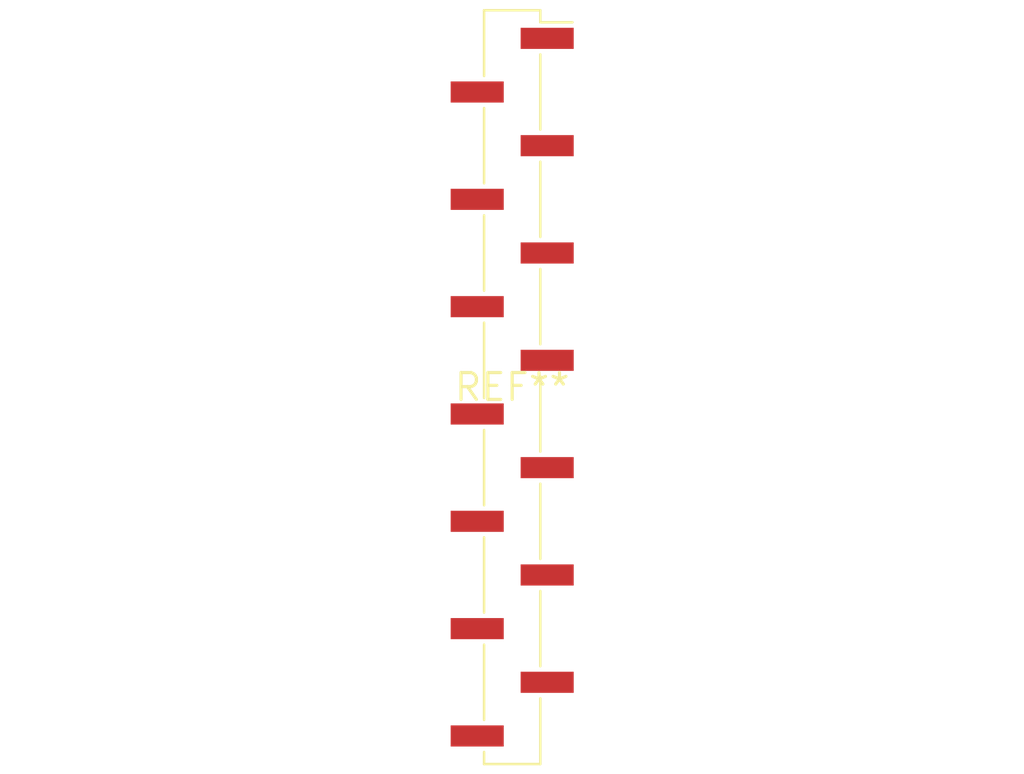
<source format=kicad_pcb>
(kicad_pcb (version 20240108) (generator pcbnew)
  (layers (0 "F.Cu" signal) (31 "B.Cu" signal) (34 "B.Paste" user) (35 "F.Paste" user) (36 "B.SilkS" user "B.Silkscreen") (37 "F.SilkS" user "F.Silkscreen") (38 "B.Mask" user) (39 "F.Mask" user) (44 "Edge.Cuts" user))
  (net 0 "")
  (footprint "PinHeader_1x14_P2.54mm_Vertical_SMD_Pin1Right" (layer "F.Cu") (at 0 0)
    (property "Reference" "REF**")
    (property "Value" "PinHeader_1x14_P2.54mm_Vertical_SMD_Pin1Right")
    (fp_line (start -1.33 -17.84) (end -1.33 -14.73) (layer "F.SilkS") (stroke (width 0.12)))
    (fp_line (start -1.33 -17.84) (end 1.33 -17.84) (layer "F.SilkS") (stroke (width 0.12)))
    (fp_line (start -1.33 -13.21) (end -1.33 -9.65) (layer "F.SilkS") (stroke (width 0.12)))
    (fp_line (start -1.33 -8.13) (end -1.33 -4.57) (layer "F.SilkS") (stroke (width 0.12)))
    (fp_line (start -1.33 -3.05) (end -1.33 0.51) (layer "F.SilkS") (stroke (width 0.12)))
    (fp_line (start -1.33 2.03) (end -1.33 5.59) (layer "F.SilkS") (stroke (width 0.12)))
    (fp_line (start -1.33 7.11) (end -1.33 10.67) (layer "F.SilkS") (stroke (width 0.12)))
    (fp_line (start -1.33 12.19) (end -1.33 15.75) (layer "F.SilkS") (stroke (width 0.12)))
    (fp_line (start -1.33 17.27) (end -1.33 17.84) (layer "F.SilkS") (stroke (width 0.12)))
    (fp_line (start -1.33 17.84) (end 1.33 17.84) (layer "F.SilkS") (stroke (width 0.12)))
    (fp_line (start 1.33 -17.84) (end 1.33 -17.27) (layer "F.SilkS") (stroke (width 0.12)))
    (fp_line (start 1.33 -17.27) (end 2.85 -17.27) (layer "F.SilkS") (stroke (width 0.12)))
    (fp_line (start 1.33 -15.75) (end 1.33 -12.19) (layer "F.SilkS") (stroke (width 0.12)))
    (fp_line (start 1.33 -10.67) (end 1.33 -7.11) (layer "F.SilkS") (stroke (width 0.12)))
    (fp_line (start 1.33 -5.59) (end 1.33 -2.03) (layer "F.SilkS") (stroke (width 0.12)))
    (fp_line (start 1.33 -0.51) (end 1.33 3.05) (layer "F.SilkS") (stroke (width 0.12)))
    (fp_line (start 1.33 4.57) (end 1.33 8.13) (layer "F.SilkS") (stroke (width 0.12)))
    (fp_line (start 1.33 9.65) (end 1.33 13.21) (layer "F.SilkS") (stroke (width 0.12)))
    (fp_line (start 1.33 14.73) (end 1.33 17.84) (layer "F.SilkS") (stroke (width 0.12)))
    (pad "1" smd rect (at 1.655 -16.51) (size 2.51 1) (layers "F.Cu" "F.Paste" "F.Mask"))
    (pad "2" smd rect (at -1.655 -13.97) (size 2.51 1) (layers "F.Cu" "F.Paste" "F.Mask"))
    (pad "3" smd rect (at 1.655 -11.43) (size 2.51 1) (layers "F.Cu" "F.Paste" "F.Mask"))
    (pad "4" smd rect (at -1.655 -8.89) (size 2.51 1) (layers "F.Cu" "F.Paste" "F.Mask"))
    (pad "5" smd rect (at 1.655 -6.35) (size 2.51 1) (layers "F.Cu" "F.Paste" "F.Mask"))
    (pad "6" smd rect (at -1.655 -3.81) (size 2.51 1) (layers "F.Cu" "F.Paste" "F.Mask"))
    (pad "7" smd rect (at 1.655 -1.27) (size 2.51 1) (layers "F.Cu" "F.Paste" "F.Mask"))
    (pad "8" smd rect (at -1.655 1.27) (size 2.51 1) (layers "F.Cu" "F.Paste" "F.Mask"))
    (pad "9" smd rect (at 1.655 3.81) (size 2.51 1) (layers "F.Cu" "F.Paste" "F.Mask"))
    (pad "10" smd rect (at -1.655 6.35) (size 2.51 1) (layers "F.Cu" "F.Paste" "F.Mask"))
    (pad "11" smd rect (at 1.655 8.89) (size 2.51 1) (layers "F.Cu" "F.Paste" "F.Mask"))
    (pad "12" smd rect (at -1.655 11.43) (size 2.51 1) (layers "F.Cu" "F.Paste" "F.Mask"))
    (pad "13" smd rect (at 1.655 13.97) (size 2.51 1) (layers "F.Cu" "F.Paste" "F.Mask"))
    (pad "14" smd rect (at -1.655 16.51) (size 2.51 1) (layers "F.Cu" "F.Paste" "F.Mask"))
  )
)
</source>
